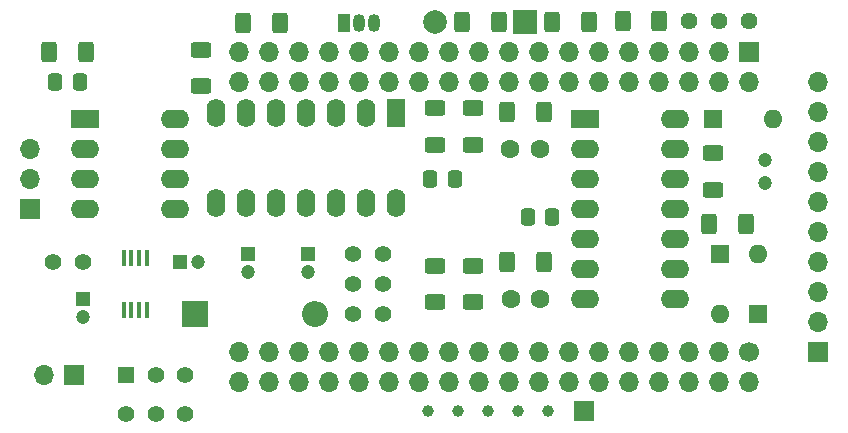
<source format=gbr>
%TF.GenerationSoftware,KiCad,Pcbnew,(6.0.2)*%
%TF.CreationDate,2022-06-08T22:41:36-07:00*%
%TF.ProjectId,TrailAlarm,54726169-6c41-46c6-9172-6d2e6b696361,1*%
%TF.SameCoordinates,Original*%
%TF.FileFunction,Soldermask,Top*%
%TF.FilePolarity,Negative*%
%FSLAX46Y46*%
G04 Gerber Fmt 4.6, Leading zero omitted, Abs format (unit mm)*
G04 Created by KiCad (PCBNEW (6.0.2)) date 2022-06-08 22:41:36*
%MOMM*%
%LPD*%
G01*
G04 APERTURE LIST*
G04 Aperture macros list*
%AMRoundRect*
0 Rectangle with rounded corners*
0 $1 Rounding radius*
0 $2 $3 $4 $5 $6 $7 $8 $9 X,Y pos of 4 corners*
0 Add a 4 corners polygon primitive as box body*
4,1,4,$2,$3,$4,$5,$6,$7,$8,$9,$2,$3,0*
0 Add four circle primitives for the rounded corners*
1,1,$1+$1,$2,$3*
1,1,$1+$1,$4,$5*
1,1,$1+$1,$6,$7*
1,1,$1+$1,$8,$9*
0 Add four rect primitives between the rounded corners*
20,1,$1+$1,$2,$3,$4,$5,0*
20,1,$1+$1,$4,$5,$6,$7,0*
20,1,$1+$1,$6,$7,$8,$9,0*
20,1,$1+$1,$8,$9,$2,$3,0*%
G04 Aperture macros list end*
%ADD10RoundRect,0.250000X-0.400000X-0.625000X0.400000X-0.625000X0.400000X0.625000X-0.400000X0.625000X0*%
%ADD11RoundRect,0.250000X0.625000X-0.400000X0.625000X0.400000X-0.625000X0.400000X-0.625000X-0.400000X0*%
%ADD12C,1.600000*%
%ADD13RoundRect,0.250000X-0.625000X0.400000X-0.625000X-0.400000X0.625000X-0.400000X0.625000X0.400000X0*%
%ADD14C,1.400000*%
%ADD15C,1.000000*%
%ADD16R,1.600000X1.600000*%
%ADD17O,1.600000X1.600000*%
%ADD18R,1.700000X1.700000*%
%ADD19O,1.700000X1.700000*%
%ADD20R,1.200000X1.200000*%
%ADD21C,1.200000*%
%ADD22R,1.600000X2.400000*%
%ADD23O,1.600000X2.400000*%
%ADD24C,1.440000*%
%ADD25R,2.400000X1.600000*%
%ADD26O,2.400000X1.600000*%
%ADD27R,1.400000X1.400000*%
%ADD28RoundRect,0.250000X0.337500X0.475000X-0.337500X0.475000X-0.337500X-0.475000X0.337500X-0.475000X0*%
%ADD29R,2.000000X2.000000*%
%ADD30C,2.000000*%
%ADD31C,1.700000*%
%ADD32R,2.200000X2.200000*%
%ADD33O,2.200000X2.200000*%
%ADD34R,0.450000X1.425000*%
%ADD35R,1.050000X1.500000*%
%ADD36O,1.050000X1.500000*%
%ADD37RoundRect,0.250000X0.400000X0.625000X-0.400000X0.625000X-0.400000X-0.625000X0.400000X-0.625000X0*%
%ADD38RoundRect,0.250000X-0.337500X-0.475000X0.337500X-0.475000X0.337500X0.475000X-0.337500X0.475000X0*%
G04 APERTURE END LIST*
D10*
%TO.C,R4*%
X155496259Y-114309259D03*
X158596259Y-114309259D03*
%TD*%
%TO.C,R18*%
X159306259Y-121929259D03*
X162406259Y-121929259D03*
%TD*%
D11*
%TO.C,R19*%
X153236259Y-138084259D03*
X153236259Y-134984259D03*
%TD*%
D12*
%TO.C,C14*%
X159626259Y-137804259D03*
X162126259Y-137804259D03*
%TD*%
D13*
%TO.C,R8*%
X176731259Y-125459259D03*
X176731259Y-128559259D03*
%TD*%
D14*
%TO.C,JP1*%
X120871259Y-134629259D03*
X123411259Y-134629259D03*
%TD*%
D10*
%TO.C,R1*%
X176451259Y-131454259D03*
X179551259Y-131454259D03*
%TD*%
D15*
%TO.C,TP2*%
X162770519Y-147320000D03*
%TD*%
D11*
%TO.C,R17*%
X156411259Y-124749259D03*
X156411259Y-121649259D03*
%TD*%
D10*
%TO.C,R2*%
X136963519Y-114427000D03*
X140063519Y-114427000D03*
%TD*%
D16*
%TO.C,D2*%
X177366259Y-133994259D03*
D17*
X177366259Y-139074259D03*
%TD*%
D18*
%TO.C,J1*%
X118946259Y-130184259D03*
D19*
X118946259Y-127644259D03*
X118946259Y-125104259D03*
%TD*%
D13*
%TO.C,R20*%
X156411259Y-134984259D03*
X156411259Y-138084259D03*
%TD*%
D10*
%TO.C,R21*%
X159326259Y-134629259D03*
X162426259Y-134629259D03*
%TD*%
D18*
%TO.C,J4*%
X122638519Y-144272000D03*
D19*
X120098519Y-144272000D03*
%TD*%
D18*
%TO.C,J2*%
X165818519Y-147320000D03*
%TD*%
D15*
%TO.C,TP4*%
X155150519Y-147320000D03*
%TD*%
D20*
%TO.C,C4*%
X137361259Y-133994259D03*
D21*
X137361259Y-135494259D03*
%TD*%
D22*
%TO.C,U1*%
X149948519Y-122047000D03*
D23*
X147408519Y-122047000D03*
X144868519Y-122047000D03*
X142328519Y-122047000D03*
X139788519Y-122047000D03*
X137248519Y-122047000D03*
X134708519Y-122047000D03*
X134708519Y-129667000D03*
X137248519Y-129667000D03*
X139788519Y-129667000D03*
X142328519Y-129667000D03*
X144868519Y-129667000D03*
X147408519Y-129667000D03*
X149948519Y-129667000D03*
%TD*%
D24*
%TO.C,RV1*%
X174723519Y-114300000D03*
X177263519Y-114300000D03*
X179803519Y-114300000D03*
%TD*%
D14*
%TO.C,JP2*%
X146251259Y-133994259D03*
X148791259Y-133994259D03*
%TD*%
D25*
%TO.C,U5*%
X123608759Y-122574259D03*
D26*
X123608759Y-125114259D03*
X123608759Y-127654259D03*
X123608759Y-130194259D03*
X131228759Y-130194259D03*
X131228759Y-127654259D03*
X131228759Y-125114259D03*
X131228759Y-122574259D03*
%TD*%
D15*
%TO.C,TP1*%
X160230519Y-147320000D03*
%TD*%
D20*
%TO.C,C1*%
X123391259Y-137804259D03*
D21*
X123391259Y-139304259D03*
%TD*%
D13*
%TO.C,R16*%
X153236259Y-121649259D03*
X153236259Y-124749259D03*
%TD*%
D27*
%TO.C,SW1*%
X127083519Y-144272000D03*
D14*
X129583519Y-144272000D03*
X132083519Y-144272000D03*
X127083519Y-147572000D03*
X129583519Y-147572000D03*
X132083519Y-147572000D03*
%TD*%
D16*
%TO.C,D3*%
X180541259Y-139074259D03*
D17*
X180541259Y-133994259D03*
%TD*%
D15*
%TO.C,TP3*%
X152610519Y-147320000D03*
%TD*%
D28*
%TO.C,C13*%
X163163759Y-130819259D03*
X161088759Y-130819259D03*
%TD*%
D29*
%TO.C,BZ1*%
X160846259Y-114309259D03*
D30*
X153246259Y-114309259D03*
%TD*%
D20*
%TO.C,C3*%
X142441259Y-133994259D03*
D21*
X142441259Y-135494259D03*
%TD*%
D11*
%TO.C,R15*%
X133433519Y-119787000D03*
X133433519Y-116687000D03*
%TD*%
D18*
%TO.C,U3*%
X179841259Y-116849259D03*
D19*
X179841259Y-119389259D03*
X177301259Y-116849259D03*
X177301259Y-119389259D03*
X174761259Y-116849259D03*
X174761259Y-119389259D03*
X172221259Y-116849259D03*
X172221259Y-119389259D03*
X169681259Y-116849259D03*
X169681259Y-119389259D03*
X167141259Y-116849259D03*
X167141259Y-119389259D03*
X164601259Y-116849259D03*
X164601259Y-119389259D03*
X162061259Y-116849259D03*
X162061259Y-119389259D03*
X159521259Y-116849259D03*
X159521259Y-119389259D03*
X156981259Y-116849259D03*
X156981259Y-119389259D03*
X154441259Y-116849259D03*
X154441259Y-119389259D03*
X151901259Y-116849259D03*
X151901259Y-119389259D03*
X149361259Y-116849259D03*
X149361259Y-119389259D03*
X146821259Y-116849259D03*
X146821259Y-119389259D03*
X144281259Y-116849259D03*
X144281259Y-119389259D03*
X141741259Y-116849259D03*
X141741259Y-119389259D03*
X139201259Y-116849259D03*
X139201259Y-119389259D03*
X136661259Y-116849259D03*
X136661259Y-119389259D03*
D31*
X179841259Y-142249259D03*
D19*
X179841259Y-144789259D03*
X177301259Y-142249259D03*
X177301259Y-144789259D03*
X174761259Y-142249259D03*
X174761259Y-144789259D03*
X172221259Y-142249259D03*
X172221259Y-144789259D03*
X169681259Y-142249259D03*
X169681259Y-144789259D03*
X167141259Y-142249259D03*
X167141259Y-144789259D03*
X164601259Y-142249259D03*
X164601259Y-144789259D03*
X162061259Y-142249259D03*
X162061259Y-144789259D03*
X159521259Y-142249259D03*
X159521259Y-144789259D03*
X156981259Y-142249259D03*
X156981259Y-144789259D03*
X154441259Y-142249259D03*
X154441259Y-144789259D03*
X151901259Y-142249259D03*
X151901259Y-144789259D03*
X149361259Y-142249259D03*
X149361259Y-144789259D03*
X146821259Y-142249259D03*
X146821259Y-144789259D03*
X144281259Y-142249259D03*
X144281259Y-144789259D03*
X141741259Y-142249259D03*
X141741259Y-144789259D03*
X139201259Y-142249259D03*
X139201259Y-144789259D03*
X136661259Y-142249259D03*
X136661259Y-144789259D03*
%TD*%
D12*
%TO.C,C12*%
X159606259Y-125104259D03*
X162106259Y-125104259D03*
%TD*%
D21*
%TO.C,C5*%
X181176259Y-128009259D03*
X181176259Y-126009259D03*
%TD*%
D20*
%TO.C,C2*%
X131646259Y-134629259D03*
D21*
X133146259Y-134629259D03*
%TD*%
D32*
%TO.C,D1*%
X132916259Y-139074259D03*
D33*
X143076259Y-139074259D03*
%TD*%
D10*
%TO.C,R10*%
X120571259Y-116849259D03*
X123671259Y-116849259D03*
%TD*%
D34*
%TO.C,IC1*%
X126861259Y-138746259D03*
X127511259Y-138746259D03*
X128161259Y-138746259D03*
X128811259Y-138746259D03*
X128811259Y-134322259D03*
X128161259Y-134322259D03*
X127511259Y-134322259D03*
X126861259Y-134322259D03*
%TD*%
D14*
%TO.C,JP4*%
X146251259Y-136534259D03*
X148791259Y-136534259D03*
%TD*%
D25*
%TO.C,U2*%
X165921259Y-122559259D03*
D26*
X165921259Y-125099259D03*
X165921259Y-127639259D03*
X165921259Y-130179259D03*
X165921259Y-132719259D03*
X165921259Y-135259259D03*
X165921259Y-137799259D03*
X173541259Y-137799259D03*
X173541259Y-135259259D03*
X173541259Y-132719259D03*
X173541259Y-130179259D03*
X173541259Y-127639259D03*
X173541259Y-125099259D03*
X173541259Y-122559259D03*
%TD*%
D18*
%TO.C,J3*%
X185621259Y-142249259D03*
D19*
X185621259Y-139709259D03*
X185621259Y-137169259D03*
X185621259Y-134629259D03*
X185621259Y-132089259D03*
X185621259Y-129549259D03*
X185621259Y-127009259D03*
X185621259Y-124469259D03*
X185621259Y-121929259D03*
X185621259Y-119389259D03*
%TD*%
D35*
%TO.C,Q1*%
X145498519Y-114427000D03*
D36*
X146768519Y-114427000D03*
X148038519Y-114427000D03*
%TD*%
D16*
%TO.C,D4*%
X176731259Y-122564259D03*
D17*
X181811259Y-122564259D03*
%TD*%
D37*
%TO.C,R3*%
X166216259Y-114309259D03*
X163116259Y-114309259D03*
%TD*%
D38*
%TO.C,C7*%
X121083759Y-119389259D03*
X123158759Y-119389259D03*
%TD*%
D14*
%TO.C,JP3*%
X146251259Y-139074259D03*
X148791259Y-139074259D03*
%TD*%
D38*
%TO.C,C11*%
X152833759Y-127644259D03*
X154908759Y-127644259D03*
%TD*%
D10*
%TO.C,R9*%
X169094519Y-114300000D03*
X172194519Y-114300000D03*
%TD*%
D15*
%TO.C,TP5*%
X157690519Y-147320000D03*
%TD*%
M02*

</source>
